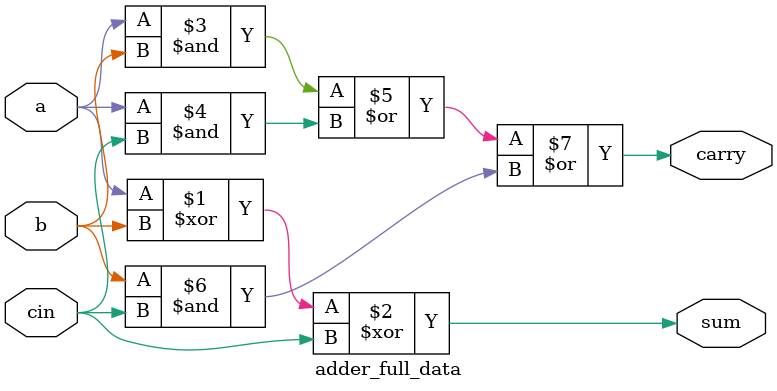
<source format=v>
/*
f="adder_half"
m="adder_half_dataflow"
yosys -p "read_verilog ${f}.v; hierarchy -check -top $m; proc; flatten; opt; techmap; opt; share -aggressive; clean; stat; write_verilog -noattr synth/${f}_synth.v; show -format svg -prefix synth/${f}_${m} ${m}; show ${m}"
*/
module adder_half(output sum, output carry, input a, input b);
    and (carry, a, b);
    xor (sum, a, b);
endmodule


module adder_half_dataflow(output sum, output carry, input a, input b);
    specify
        // Specparam declaration to define timing parameters
        specparam TRiseA = 3; // Rise time delay
        specparam TRiseB = 2; // Fall time delay

        // Path declarations to specify delays between signals
        (a *> sum) = TRiseA;   // Delay from input 'a' to output 'out'/ Full connection
        (b => carry) = TRiseB;   // Delay from input 'b' to output 'out'. Parallel connection

        // System timing checks to enforce timing constraints on signal transitions.
        $setup(a, sum, 55);   // Check setup time for signal 'a' relative to 'out'. 
    endspecify

    assign carry = a&b;
    assign sum = a^b;
endmodule

module adder_full(sum, carry, a, b, cin);
    input a, b, cin;
    output sum, carry;
    // internal values
    wire sum1, carry1, carry2;

    adder_half h0(sum1, carry1, a, b);
    adder_half h1(sum, carry2, sum1, cin);
    or o1(carry, carry1, carry2);
endmodule

module adder_full_data(sum, carry, a, b, cin);
    input a, b, cin;
    output sum, carry;
    assign sum = a ^ b ^ cin;
    assign carry = (a & b) | (a & cin) | (b & cin);
endmodule

</source>
